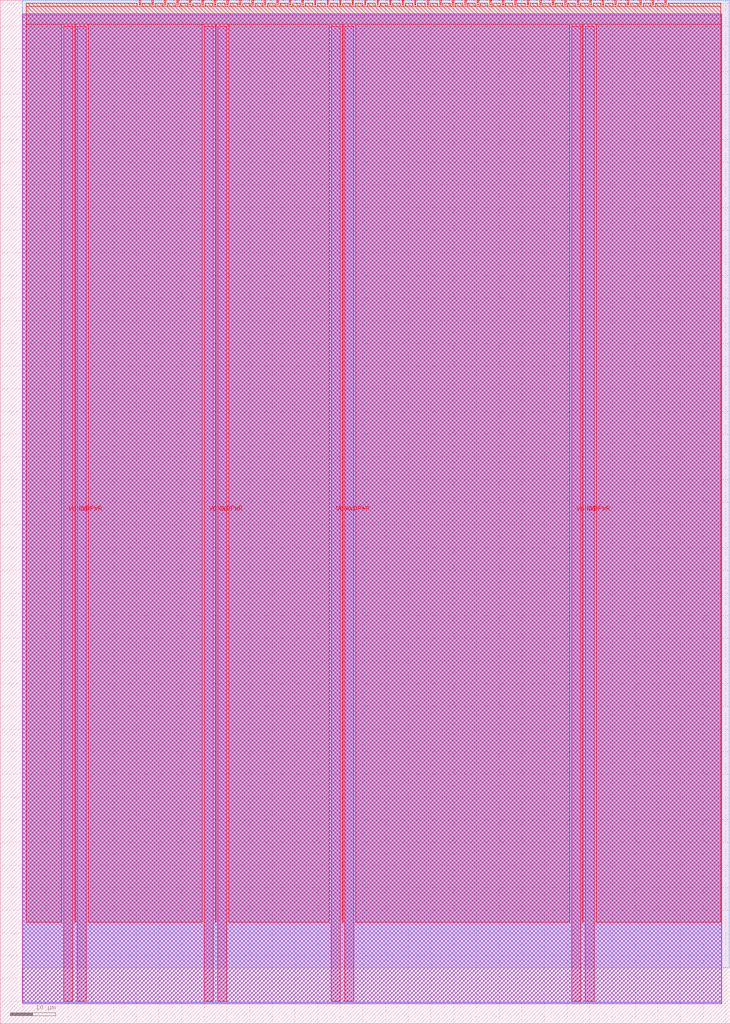
<source format=lef>
VERSION 5.7 ;
  NOWIREEXTENSIONATPIN ON ;
  DIVIDERCHAR "/" ;
  BUSBITCHARS "[]" ;
MACRO tt_um_tnt_rf_validation
  CLASS BLOCK ;
  FOREIGN tt_um_tnt_rf_validation ;
  ORIGIN 0.000 0.000 ;
  SIZE 161.000 BY 225.760 ;
  PIN clk
    DIRECTION INPUT ;
    USE SIGNAL ;
    PORT
      LAYER met4 ;
        RECT 143.830 224.760 144.130 225.760 ;
    END
  END clk
  PIN ena
    DIRECTION INPUT ;
    USE SIGNAL ;
    PORT
      LAYER met4 ;
        RECT 146.590 224.760 146.890 225.760 ;
    END
  END ena
  PIN rst_n
    DIRECTION INPUT ;
    USE SIGNAL ;
    PORT
      LAYER met4 ;
        RECT 141.070 224.760 141.370 225.760 ;
    END
  END rst_n
  PIN ui_in[0]
    DIRECTION INPUT ;
    USE SIGNAL ;
    ANTENNAGATEAREA 0.213000 ;
    PORT
      LAYER met4 ;
        RECT 138.310 224.760 138.610 225.760 ;
    END
  END ui_in[0]
  PIN ui_in[1]
    DIRECTION INPUT ;
    USE SIGNAL ;
    ANTENNAGATEAREA 0.213000 ;
    PORT
      LAYER met4 ;
        RECT 135.550 224.760 135.850 225.760 ;
    END
  END ui_in[1]
  PIN ui_in[2]
    DIRECTION INPUT ;
    USE SIGNAL ;
    ANTENNAGATEAREA 0.213000 ;
    PORT
      LAYER met4 ;
        RECT 132.790 224.760 133.090 225.760 ;
    END
  END ui_in[2]
  PIN ui_in[3]
    DIRECTION INPUT ;
    USE SIGNAL ;
    ANTENNAGATEAREA 0.159000 ;
    PORT
      LAYER met4 ;
        RECT 130.030 224.760 130.330 225.760 ;
    END
  END ui_in[3]
  PIN ui_in[4]
    DIRECTION INPUT ;
    USE SIGNAL ;
    ANTENNAGATEAREA 0.126000 ;
    PORT
      LAYER met4 ;
        RECT 127.270 224.760 127.570 225.760 ;
    END
  END ui_in[4]
  PIN ui_in[5]
    DIRECTION INPUT ;
    USE SIGNAL ;
    ANTENNAGATEAREA 0.213000 ;
    PORT
      LAYER met4 ;
        RECT 124.510 224.760 124.810 225.760 ;
    END
  END ui_in[5]
  PIN ui_in[6]
    DIRECTION INPUT ;
    USE SIGNAL ;
    ANTENNAGATEAREA 0.426000 ;
    PORT
      LAYER met4 ;
        RECT 121.750 224.760 122.050 225.760 ;
    END
  END ui_in[6]
  PIN ui_in[7]
    DIRECTION INPUT ;
    USE SIGNAL ;
    ANTENNAGATEAREA 0.426000 ;
    PORT
      LAYER met4 ;
        RECT 118.990 224.760 119.290 225.760 ;
    END
  END ui_in[7]
  PIN uio_in[0]
    DIRECTION INPUT ;
    USE SIGNAL ;
    PORT
      LAYER met4 ;
        RECT 116.230 224.760 116.530 225.760 ;
    END
  END uio_in[0]
  PIN uio_in[1]
    DIRECTION INPUT ;
    USE SIGNAL ;
    ANTENNAGATEAREA 0.213000 ;
    PORT
      LAYER met4 ;
        RECT 113.470 224.760 113.770 225.760 ;
    END
  END uio_in[1]
  PIN uio_in[2]
    DIRECTION INPUT ;
    USE SIGNAL ;
    PORT
      LAYER met4 ;
        RECT 110.710 224.760 111.010 225.760 ;
    END
  END uio_in[2]
  PIN uio_in[3]
    DIRECTION INPUT ;
    USE SIGNAL ;
    ANTENNAGATEAREA 0.426000 ;
    PORT
      LAYER met4 ;
        RECT 107.950 224.760 108.250 225.760 ;
    END
  END uio_in[3]
  PIN uio_in[4]
    DIRECTION INPUT ;
    USE SIGNAL ;
    PORT
      LAYER met4 ;
        RECT 105.190 224.760 105.490 225.760 ;
    END
  END uio_in[4]
  PIN uio_in[5]
    DIRECTION INPUT ;
    USE SIGNAL ;
    ANTENNAGATEAREA 0.426000 ;
    PORT
      LAYER met4 ;
        RECT 102.430 224.760 102.730 225.760 ;
    END
  END uio_in[5]
  PIN uio_in[6]
    DIRECTION INPUT ;
    USE SIGNAL ;
    ANTENNAGATEAREA 0.393000 ;
    PORT
      LAYER met4 ;
        RECT 99.670 224.760 99.970 225.760 ;
    END
  END uio_in[6]
  PIN uio_in[7]
    DIRECTION INPUT ;
    USE SIGNAL ;
    ANTENNAGATEAREA 0.303000 ;
    PORT
      LAYER met4 ;
        RECT 96.910 224.760 97.210 225.760 ;
    END
  END uio_in[7]
  PIN uio_oe[0]
    DIRECTION OUTPUT ;
    USE SIGNAL ;
    PORT
      LAYER met4 ;
        RECT 49.990 224.760 50.290 225.760 ;
    END
  END uio_oe[0]
  PIN uio_oe[1]
    DIRECTION OUTPUT ;
    USE SIGNAL ;
    PORT
      LAYER met4 ;
        RECT 47.230 224.760 47.530 225.760 ;
    END
  END uio_oe[1]
  PIN uio_oe[2]
    DIRECTION OUTPUT ;
    USE SIGNAL ;
    PORT
      LAYER met4 ;
        RECT 44.470 224.760 44.770 225.760 ;
    END
  END uio_oe[2]
  PIN uio_oe[3]
    DIRECTION OUTPUT ;
    USE SIGNAL ;
    PORT
      LAYER met4 ;
        RECT 41.710 224.760 42.010 225.760 ;
    END
  END uio_oe[3]
  PIN uio_oe[4]
    DIRECTION OUTPUT ;
    USE SIGNAL ;
    PORT
      LAYER met4 ;
        RECT 38.950 224.760 39.250 225.760 ;
    END
  END uio_oe[4]
  PIN uio_oe[5]
    DIRECTION OUTPUT ;
    USE SIGNAL ;
    PORT
      LAYER met4 ;
        RECT 36.190 224.760 36.490 225.760 ;
    END
  END uio_oe[5]
  PIN uio_oe[6]
    DIRECTION OUTPUT ;
    USE SIGNAL ;
    PORT
      LAYER met4 ;
        RECT 33.430 224.760 33.730 225.760 ;
    END
  END uio_oe[6]
  PIN uio_oe[7]
    DIRECTION OUTPUT ;
    USE SIGNAL ;
    PORT
      LAYER met4 ;
        RECT 30.670 224.760 30.970 225.760 ;
    END
  END uio_oe[7]
  PIN uio_out[0]
    DIRECTION OUTPUT ;
    USE SIGNAL ;
    PORT
      LAYER met4 ;
        RECT 72.070 224.760 72.370 225.760 ;
    END
  END uio_out[0]
  PIN uio_out[1]
    DIRECTION OUTPUT ;
    USE SIGNAL ;
    PORT
      LAYER met4 ;
        RECT 69.310 224.760 69.610 225.760 ;
    END
  END uio_out[1]
  PIN uio_out[2]
    DIRECTION OUTPUT ;
    USE SIGNAL ;
    PORT
      LAYER met4 ;
        RECT 66.550 224.760 66.850 225.760 ;
    END
  END uio_out[2]
  PIN uio_out[3]
    DIRECTION OUTPUT ;
    USE SIGNAL ;
    PORT
      LAYER met4 ;
        RECT 63.790 224.760 64.090 225.760 ;
    END
  END uio_out[3]
  PIN uio_out[4]
    DIRECTION OUTPUT ;
    USE SIGNAL ;
    PORT
      LAYER met4 ;
        RECT 61.030 224.760 61.330 225.760 ;
    END
  END uio_out[4]
  PIN uio_out[5]
    DIRECTION OUTPUT ;
    USE SIGNAL ;
    PORT
      LAYER met4 ;
        RECT 58.270 224.760 58.570 225.760 ;
    END
  END uio_out[5]
  PIN uio_out[6]
    DIRECTION OUTPUT ;
    USE SIGNAL ;
    PORT
      LAYER met4 ;
        RECT 55.510 224.760 55.810 225.760 ;
    END
  END uio_out[6]
  PIN uio_out[7]
    DIRECTION OUTPUT ;
    USE SIGNAL ;
    PORT
      LAYER met4 ;
        RECT 52.750 224.760 53.050 225.760 ;
    END
  END uio_out[7]
  PIN uo_out[0]
    DIRECTION OUTPUT ;
    USE SIGNAL ;
    ANTENNADIFFAREA 0.795200 ;
    PORT
      LAYER met4 ;
        RECT 94.150 224.760 94.450 225.760 ;
    END
  END uo_out[0]
  PIN uo_out[1]
    DIRECTION OUTPUT ;
    USE SIGNAL ;
    PORT
      LAYER met4 ;
        RECT 91.390 224.760 91.690 225.760 ;
    END
  END uo_out[1]
  PIN uo_out[2]
    DIRECTION OUTPUT ;
    USE SIGNAL ;
    ANTENNADIFFAREA 0.795200 ;
    PORT
      LAYER met4 ;
        RECT 88.630 224.760 88.930 225.760 ;
    END
  END uo_out[2]
  PIN uo_out[3]
    DIRECTION OUTPUT ;
    USE SIGNAL ;
    ANTENNADIFFAREA 0.795200 ;
    PORT
      LAYER met4 ;
        RECT 85.870 224.760 86.170 225.760 ;
    END
  END uo_out[3]
  PIN uo_out[4]
    DIRECTION OUTPUT ;
    USE SIGNAL ;
    PORT
      LAYER met4 ;
        RECT 83.110 224.760 83.410 225.760 ;
    END
  END uo_out[4]
  PIN uo_out[5]
    DIRECTION OUTPUT ;
    USE SIGNAL ;
    PORT
      LAYER met4 ;
        RECT 80.350 224.760 80.650 225.760 ;
    END
  END uo_out[5]
  PIN uo_out[6]
    DIRECTION OUTPUT ;
    USE SIGNAL ;
    ANTENNADIFFAREA 0.445500 ;
    PORT
      LAYER met4 ;
        RECT 77.590 224.760 77.890 225.760 ;
    END
  END uo_out[6]
  PIN uo_out[7]
    DIRECTION OUTPUT ;
    USE SIGNAL ;
    PORT
      LAYER met4 ;
        RECT 74.830 224.760 75.130 225.760 ;
    END
  END uo_out[7]
  PIN VGND
    DIRECTION INPUT ;
    USE GROUND ;
    PORT
      LAYER met4 ;
        RECT 14.000 5.000 16.000 220.000 ;
    END
    PORT
      LAYER met4 ;
        RECT 45.000 5.000 47.000 220.000 ;
    END
    PORT
      LAYER met4 ;
        RECT 73.000 5.000 75.000 220.000 ;
    END
    PORT
      LAYER met4 ;
        RECT 126.000 5.000 128.000 220.000 ;
    END
  END VGND
  PIN VDPWR
    DIRECTION INPUT ;
    USE POWER ;
    PORT
      LAYER met4 ;
        RECT 17.000 5.000 19.000 220.000 ;
    END
    PORT
      LAYER met4 ;
        RECT 48.000 5.000 50.000 220.000 ;
    END
    PORT
      LAYER met4 ;
        RECT 76.000 5.000 78.000 220.000 ;
    END
    PORT
      LAYER met4 ;
        RECT 129.000 5.000 131.000 220.000 ;
    END
  END VDPWR
  OBS
      LAYER nwell ;
        RECT 4.970 4.460 159.095 222.755 ;
      LAYER li1 ;
        RECT 4.970 4.650 158.990 222.565 ;
      LAYER met1 ;
        RECT 4.815 4.650 159.145 222.565 ;
      LAYER met2 ;
        RECT 4.815 4.750 159.145 222.450 ;
      LAYER met3 ;
        RECT 4.815 12.350 160.800 225.710 ;
      LAYER met4 ;
        RECT 5.740 224.360 30.270 225.075 ;
        RECT 31.370 224.360 33.030 225.075 ;
        RECT 34.130 224.360 35.790 225.075 ;
        RECT 36.890 224.360 38.550 225.075 ;
        RECT 39.650 224.360 41.310 225.075 ;
        RECT 42.410 224.360 44.070 225.075 ;
        RECT 45.170 224.360 46.830 225.075 ;
        RECT 47.930 224.360 49.590 225.075 ;
        RECT 50.690 224.360 52.350 225.075 ;
        RECT 53.450 224.360 55.110 225.075 ;
        RECT 56.210 224.360 57.870 225.075 ;
        RECT 58.970 224.360 60.630 225.075 ;
        RECT 61.730 224.360 63.390 225.075 ;
        RECT 64.490 224.360 66.150 225.075 ;
        RECT 67.250 224.360 68.910 225.075 ;
        RECT 70.010 224.360 71.670 225.075 ;
        RECT 72.770 224.360 74.430 225.075 ;
        RECT 75.530 224.360 77.190 225.075 ;
        RECT 78.290 224.360 79.950 225.075 ;
        RECT 81.050 224.360 82.710 225.075 ;
        RECT 83.810 224.360 85.470 225.075 ;
        RECT 86.570 224.360 88.230 225.075 ;
        RECT 89.330 224.360 90.990 225.075 ;
        RECT 92.090 224.360 93.750 225.075 ;
        RECT 94.850 224.360 96.510 225.075 ;
        RECT 97.610 224.360 99.270 225.075 ;
        RECT 100.370 224.360 102.030 225.075 ;
        RECT 103.130 224.360 104.790 225.075 ;
        RECT 105.890 224.360 107.550 225.075 ;
        RECT 108.650 224.360 110.310 225.075 ;
        RECT 111.410 224.360 113.070 225.075 ;
        RECT 114.170 224.360 115.830 225.075 ;
        RECT 116.930 224.360 118.590 225.075 ;
        RECT 119.690 224.360 121.350 225.075 ;
        RECT 122.450 224.360 124.110 225.075 ;
        RECT 125.210 224.360 126.870 225.075 ;
        RECT 127.970 224.360 129.630 225.075 ;
        RECT 130.730 224.360 132.390 225.075 ;
        RECT 133.490 224.360 135.150 225.075 ;
        RECT 136.250 224.360 137.910 225.075 ;
        RECT 139.010 224.360 140.670 225.075 ;
        RECT 141.770 224.360 143.430 225.075 ;
        RECT 144.530 224.360 146.190 225.075 ;
        RECT 147.290 224.360 158.880 225.075 ;
        RECT 5.740 220.400 158.880 224.360 ;
        RECT 5.740 22.395 13.600 220.400 ;
        RECT 16.400 22.395 16.600 220.400 ;
        RECT 19.400 22.395 44.600 220.400 ;
        RECT 47.400 22.395 47.600 220.400 ;
        RECT 50.400 22.395 72.600 220.400 ;
        RECT 75.400 22.395 75.600 220.400 ;
        RECT 78.400 22.395 125.600 220.400 ;
        RECT 128.400 22.395 128.600 220.400 ;
        RECT 131.400 22.395 158.880 220.400 ;
  END
END tt_um_tnt_rf_validation
END LIBRARY


</source>
